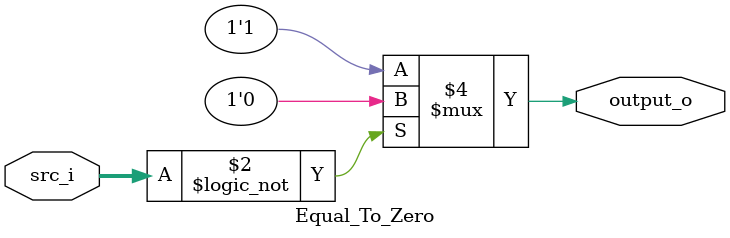
<source format=v>

module Equal_To_Zero(
    src_i,
	output_o
	);
     
//I/O ports
input  [32-1:0]  src_i;
output 	 output_o;

//Internal Signals

reg output_o;

//Parameter

//Main function

always @(src_i) begin
	if(src_i == 32'b0)
		output_o <= 1'b0;
	else
		output_o <= 1'b1;
end

endmodule
</source>
